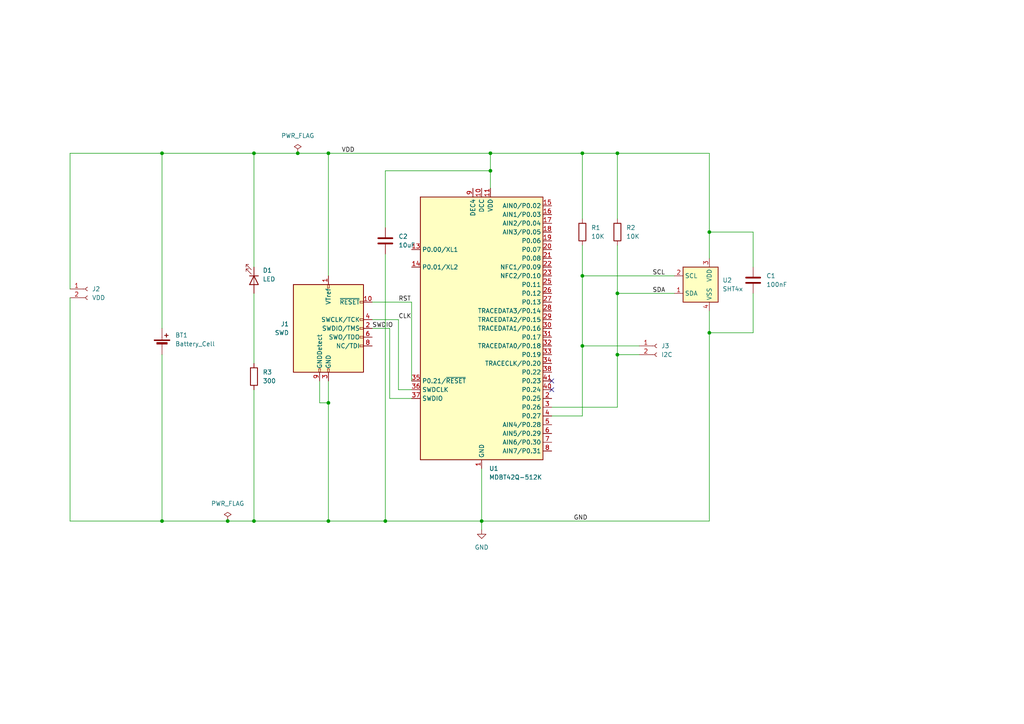
<source format=kicad_sch>
(kicad_sch
	(version 20250114)
	(generator "eeschema")
	(generator_version "9.0")
	(uuid "3c4be134-8600-4c3c-8664-028d9ffc9ec4")
	(paper "A4")
	(lib_symbols
		(symbol "Connector:Conn_01x02_Socket"
			(pin_names
				(offset 1.016)
				(hide yes)
			)
			(exclude_from_sim no)
			(in_bom yes)
			(on_board yes)
			(property "Reference" "J"
				(at 0 2.54 0)
				(effects
					(font
						(size 1.27 1.27)
					)
				)
			)
			(property "Value" "Conn_01x02_Socket"
				(at 0 -5.08 0)
				(effects
					(font
						(size 1.27 1.27)
					)
				)
			)
			(property "Footprint" ""
				(at 0 0 0)
				(effects
					(font
						(size 1.27 1.27)
					)
					(hide yes)
				)
			)
			(property "Datasheet" "~"
				(at 0 0 0)
				(effects
					(font
						(size 1.27 1.27)
					)
					(hide yes)
				)
			)
			(property "Description" "Generic connector, single row, 01x02, script generated"
				(at 0 0 0)
				(effects
					(font
						(size 1.27 1.27)
					)
					(hide yes)
				)
			)
			(property "ki_locked" ""
				(at 0 0 0)
				(effects
					(font
						(size 1.27 1.27)
					)
				)
			)
			(property "ki_keywords" "connector"
				(at 0 0 0)
				(effects
					(font
						(size 1.27 1.27)
					)
					(hide yes)
				)
			)
			(property "ki_fp_filters" "Connector*:*_1x??_*"
				(at 0 0 0)
				(effects
					(font
						(size 1.27 1.27)
					)
					(hide yes)
				)
			)
			(symbol "Conn_01x02_Socket_1_1"
				(polyline
					(pts
						(xy -1.27 0) (xy -0.508 0)
					)
					(stroke
						(width 0.1524)
						(type default)
					)
					(fill
						(type none)
					)
				)
				(polyline
					(pts
						(xy -1.27 -2.54) (xy -0.508 -2.54)
					)
					(stroke
						(width 0.1524)
						(type default)
					)
					(fill
						(type none)
					)
				)
				(arc
					(start 0 -0.508)
					(mid -0.5058 0)
					(end 0 0.508)
					(stroke
						(width 0.1524)
						(type default)
					)
					(fill
						(type none)
					)
				)
				(arc
					(start 0 -3.048)
					(mid -0.5058 -2.54)
					(end 0 -2.032)
					(stroke
						(width 0.1524)
						(type default)
					)
					(fill
						(type none)
					)
				)
				(pin passive line
					(at -5.08 0 0)
					(length 3.81)
					(name "Pin_1"
						(effects
							(font
								(size 1.27 1.27)
							)
						)
					)
					(number "1"
						(effects
							(font
								(size 1.27 1.27)
							)
						)
					)
				)
				(pin passive line
					(at -5.08 -2.54 0)
					(length 3.81)
					(name "Pin_2"
						(effects
							(font
								(size 1.27 1.27)
							)
						)
					)
					(number "2"
						(effects
							(font
								(size 1.27 1.27)
							)
						)
					)
				)
			)
			(embedded_fonts no)
		)
		(symbol "Connector:Conn_ARM_JTAG_SWD_10"
			(pin_names
				(offset 1.016)
			)
			(exclude_from_sim no)
			(in_bom yes)
			(on_board yes)
			(property "Reference" "J"
				(at -2.54 16.51 0)
				(effects
					(font
						(size 1.27 1.27)
					)
					(justify right)
				)
			)
			(property "Value" "Conn_ARM_JTAG_SWD_10"
				(at -2.54 13.97 0)
				(effects
					(font
						(size 1.27 1.27)
					)
					(justify right bottom)
				)
			)
			(property "Footprint" ""
				(at 0 0 0)
				(effects
					(font
						(size 1.27 1.27)
					)
					(hide yes)
				)
			)
			(property "Datasheet" "http://infocenter.arm.com/help/topic/com.arm.doc.ddi0314h/DDI0314H_coresight_components_trm.pdf"
				(at -8.89 -31.75 90)
				(effects
					(font
						(size 1.27 1.27)
					)
					(hide yes)
				)
			)
			(property "Description" "Cortex Debug Connector, standard ARM Cortex-M SWD and JTAG interface"
				(at 0 0 0)
				(effects
					(font
						(size 1.27 1.27)
					)
					(hide yes)
				)
			)
			(property "ki_keywords" "Cortex Debug Connector ARM SWD JTAG"
				(at 0 0 0)
				(effects
					(font
						(size 1.27 1.27)
					)
					(hide yes)
				)
			)
			(property "ki_fp_filters" "PinHeader?2x05?P1.27mm*"
				(at 0 0 0)
				(effects
					(font
						(size 1.27 1.27)
					)
					(hide yes)
				)
			)
			(symbol "Conn_ARM_JTAG_SWD_10_0_1"
				(rectangle
					(start -10.16 12.7)
					(end 10.16 -12.7)
					(stroke
						(width 0.254)
						(type default)
					)
					(fill
						(type background)
					)
				)
				(rectangle
					(start -2.794 -12.7)
					(end -2.286 -11.684)
					(stroke
						(width 0)
						(type default)
					)
					(fill
						(type none)
					)
				)
				(rectangle
					(start -0.254 12.7)
					(end 0.254 11.684)
					(stroke
						(width 0)
						(type default)
					)
					(fill
						(type none)
					)
				)
				(rectangle
					(start -0.254 -12.7)
					(end 0.254 -11.684)
					(stroke
						(width 0)
						(type default)
					)
					(fill
						(type none)
					)
				)
				(rectangle
					(start 9.144 2.286)
					(end 10.16 2.794)
					(stroke
						(width 0)
						(type default)
					)
					(fill
						(type none)
					)
				)
				(rectangle
					(start 10.16 7.874)
					(end 9.144 7.366)
					(stroke
						(width 0)
						(type default)
					)
					(fill
						(type none)
					)
				)
				(rectangle
					(start 10.16 -0.254)
					(end 9.144 0.254)
					(stroke
						(width 0)
						(type default)
					)
					(fill
						(type none)
					)
				)
				(rectangle
					(start 10.16 -2.794)
					(end 9.144 -2.286)
					(stroke
						(width 0)
						(type default)
					)
					(fill
						(type none)
					)
				)
			)
			(symbol "Conn_ARM_JTAG_SWD_10_1_1"
				(rectangle
					(start 9.144 -5.334)
					(end 10.16 -4.826)
					(stroke
						(width 0)
						(type default)
					)
					(fill
						(type none)
					)
				)
				(pin no_connect line
					(at -10.16 0 0)
					(length 2.54)
					(hide yes)
					(name "KEY"
						(effects
							(font
								(size 1.27 1.27)
							)
						)
					)
					(number "7"
						(effects
							(font
								(size 1.27 1.27)
							)
						)
					)
				)
				(pin passive line
					(at -2.54 -15.24 90)
					(length 2.54)
					(name "GNDDetect"
						(effects
							(font
								(size 1.27 1.27)
							)
						)
					)
					(number "9"
						(effects
							(font
								(size 1.27 1.27)
							)
						)
					)
				)
				(pin power_in line
					(at 0 15.24 270)
					(length 2.54)
					(name "VTref"
						(effects
							(font
								(size 1.27 1.27)
							)
						)
					)
					(number "1"
						(effects
							(font
								(size 1.27 1.27)
							)
						)
					)
				)
				(pin power_in line
					(at 0 -15.24 90)
					(length 2.54)
					(name "GND"
						(effects
							(font
								(size 1.27 1.27)
							)
						)
					)
					(number "3"
						(effects
							(font
								(size 1.27 1.27)
							)
						)
					)
				)
				(pin passive line
					(at 0 -15.24 90)
					(length 2.54)
					(hide yes)
					(name "GND"
						(effects
							(font
								(size 1.27 1.27)
							)
						)
					)
					(number "5"
						(effects
							(font
								(size 1.27 1.27)
							)
						)
					)
				)
				(pin open_collector line
					(at 12.7 7.62 180)
					(length 2.54)
					(name "~{RESET}"
						(effects
							(font
								(size 1.27 1.27)
							)
						)
					)
					(number "10"
						(effects
							(font
								(size 1.27 1.27)
							)
						)
					)
				)
				(pin output line
					(at 12.7 2.54 180)
					(length 2.54)
					(name "SWCLK/TCK"
						(effects
							(font
								(size 1.27 1.27)
							)
						)
					)
					(number "4"
						(effects
							(font
								(size 1.27 1.27)
							)
						)
					)
				)
				(pin bidirectional line
					(at 12.7 0 180)
					(length 2.54)
					(name "SWDIO/TMS"
						(effects
							(font
								(size 1.27 1.27)
							)
						)
					)
					(number "2"
						(effects
							(font
								(size 1.27 1.27)
							)
						)
					)
				)
				(pin input line
					(at 12.7 -2.54 180)
					(length 2.54)
					(name "SWO/TDO"
						(effects
							(font
								(size 1.27 1.27)
							)
						)
					)
					(number "6"
						(effects
							(font
								(size 1.27 1.27)
							)
						)
					)
				)
				(pin output line
					(at 12.7 -5.08 180)
					(length 2.54)
					(name "NC/TDI"
						(effects
							(font
								(size 1.27 1.27)
							)
						)
					)
					(number "8"
						(effects
							(font
								(size 1.27 1.27)
							)
						)
					)
				)
			)
			(embedded_fonts no)
		)
		(symbol "LED_n:LED"
			(pin_numbers
				(hide yes)
			)
			(pin_names
				(offset 1.016)
				(hide yes)
			)
			(exclude_from_sim no)
			(in_bom yes)
			(on_board yes)
			(property "Reference" "D"
				(at 0 2.54 0)
				(effects
					(font
						(size 1.27 1.27)
					)
				)
			)
			(property "Value" "LED"
				(at 0 -2.54 0)
				(effects
					(font
						(size 1.27 1.27)
					)
				)
			)
			(property "Footprint" ""
				(at 0 0 0)
				(effects
					(font
						(size 1.27 1.27)
					)
					(hide yes)
				)
			)
			(property "Datasheet" "~"
				(at 0 0 0)
				(effects
					(font
						(size 1.27 1.27)
					)
					(hide yes)
				)
			)
			(property "Description" "Light emitting diode"
				(at 0 0 0)
				(effects
					(font
						(size 1.27 1.27)
					)
					(hide yes)
				)
			)
			(property "Sim.Pins" "1=K 2=A"
				(at 0 0 0)
				(effects
					(font
						(size 1.27 1.27)
					)
					(hide yes)
				)
			)
			(property "ki_keywords" "LED diode"
				(at 0 0 0)
				(effects
					(font
						(size 1.27 1.27)
					)
					(hide yes)
				)
			)
			(property "ki_fp_filters" "LED* LED_SMD:* LED_THT:*"
				(at 0 0 0)
				(effects
					(font
						(size 1.27 1.27)
					)
					(hide yes)
				)
			)
			(symbol "LED_0_1"
				(polyline
					(pts
						(xy -3.048 -0.762) (xy -4.572 -2.286) (xy -3.81 -2.286) (xy -4.572 -2.286) (xy -4.572 -1.524)
					)
					(stroke
						(width 0)
						(type default)
					)
					(fill
						(type none)
					)
				)
				(polyline
					(pts
						(xy -1.778 -0.762) (xy -3.302 -2.286) (xy -2.54 -2.286) (xy -3.302 -2.286) (xy -3.302 -1.524)
					)
					(stroke
						(width 0)
						(type default)
					)
					(fill
						(type none)
					)
				)
				(polyline
					(pts
						(xy -1.27 0) (xy 1.27 0)
					)
					(stroke
						(width 0)
						(type default)
					)
					(fill
						(type none)
					)
				)
				(polyline
					(pts
						(xy -1.27 -1.27) (xy -1.27 1.27)
					)
					(stroke
						(width 0.254)
						(type default)
					)
					(fill
						(type none)
					)
				)
				(polyline
					(pts
						(xy 1.27 -1.27) (xy 1.27 1.27) (xy -1.27 0) (xy 1.27 -1.27)
					)
					(stroke
						(width 0.254)
						(type default)
					)
					(fill
						(type none)
					)
				)
			)
			(symbol "LED_1_1"
				(pin passive line
					(at -3.81 0 0)
					(length 2.54)
					(name "K"
						(effects
							(font
								(size 1.27 1.27)
							)
						)
					)
					(number "1"
						(effects
							(font
								(size 1.27 1.27)
							)
						)
					)
				)
				(pin passive line
					(at 3.81 0 180)
					(length 2.54)
					(name "A"
						(effects
							(font
								(size 1.27 1.27)
							)
						)
					)
					(number "2"
						(effects
							(font
								(size 1.27 1.27)
							)
						)
					)
				)
			)
			(embedded_fonts no)
		)
		(symbol "MDBTq:MDBT42Q-512K"
			(exclude_from_sim no)
			(in_bom yes)
			(on_board yes)
			(property "Reference" "U"
				(at -17.78 40.64 0)
				(effects
					(font
						(size 1.27 1.27)
					)
				)
			)
			(property "Value" "MDBT42Q-512K"
				(at 10.16 40.64 0)
				(effects
					(font
						(size 1.27 1.27)
					)
				)
			)
			(property "Footprint" "RF_Module:Raytac_MDBT42Q"
				(at 0 -2.54 0)
				(effects
					(font
						(size 1.27 1.27)
					)
					(hide yes)
				)
			)
			(property "Datasheet" "https://www.raytac.com/download/index.php?index_id=27"
				(at 0 -2.54 0)
				(effects
					(font
						(size 1.27 1.27)
					)
					(hide yes)
				)
			)
			(property "Description" "Multiprotocol BLE/ANT/2.4 GHz/802.15.4 Cortex-M4F SoC, nRF52832 module, ceramic antenna"
				(at 0 0 0)
				(effects
					(font
						(size 1.27 1.27)
					)
					(hide yes)
				)
			)
			(property "ki_keywords" "MCU ARM BLE ANT 2.4GHz 802.15.4 MDBT42Q"
				(at 0 0 0)
				(effects
					(font
						(size 1.27 1.27)
					)
					(hide yes)
				)
			)
			(property "ki_fp_filters" "Raytac?MDBT42Q*"
				(at 0 0 0)
				(effects
					(font
						(size 1.27 1.27)
					)
					(hide yes)
				)
			)
			(symbol "MDBT42Q-512K_0_1"
				(rectangle
					(start -17.78 38.1)
					(end 17.78 -38.1)
					(stroke
						(width 0.254)
						(type default)
					)
					(fill
						(type background)
					)
				)
			)
			(symbol "MDBT42Q-512K_1_1"
				(pin bidirectional line
					(at -20.32 22.86 0)
					(length 2.54)
					(name "P0.00/XL1"
						(effects
							(font
								(size 1.27 1.27)
							)
						)
					)
					(number "13"
						(effects
							(font
								(size 1.27 1.27)
							)
						)
					)
				)
				(pin bidirectional line
					(at -20.32 17.78 0)
					(length 2.54)
					(name "P0.01/XL2"
						(effects
							(font
								(size 1.27 1.27)
							)
						)
					)
					(number "14"
						(effects
							(font
								(size 1.27 1.27)
							)
						)
					)
				)
				(pin bidirectional line
					(at -20.32 -15.24 0)
					(length 2.54)
					(name "P0.21/~{RESET}"
						(effects
							(font
								(size 1.27 1.27)
							)
						)
					)
					(number "35"
						(effects
							(font
								(size 1.27 1.27)
							)
						)
					)
				)
				(pin input line
					(at -20.32 -17.78 0)
					(length 2.54)
					(name "SWDCLK"
						(effects
							(font
								(size 1.27 1.27)
							)
						)
					)
					(number "36"
						(effects
							(font
								(size 1.27 1.27)
							)
						)
					)
				)
				(pin bidirectional line
					(at -20.32 -20.32 0)
					(length 2.54)
					(name "SWDIO"
						(effects
							(font
								(size 1.27 1.27)
							)
						)
					)
					(number "37"
						(effects
							(font
								(size 1.27 1.27)
							)
						)
					)
				)
				(pin power_out line
					(at -2.54 40.64 270)
					(length 2.54)
					(name "DEC4"
						(effects
							(font
								(size 1.27 1.27)
							)
						)
					)
					(number "9"
						(effects
							(font
								(size 1.27 1.27)
							)
						)
					)
				)
				(pin power_out line
					(at 0 40.64 270)
					(length 2.54)
					(name "DCC"
						(effects
							(font
								(size 1.27 1.27)
							)
						)
					)
					(number "10"
						(effects
							(font
								(size 1.27 1.27)
							)
						)
					)
				)
				(pin power_in line
					(at 0 -40.64 90)
					(length 2.54)
					(name "GND"
						(effects
							(font
								(size 1.27 1.27)
							)
						)
					)
					(number "1"
						(effects
							(font
								(size 1.27 1.27)
							)
						)
					)
				)
				(pin passive line
					(at 0 -40.64 90)
					(length 2.54)
					(hide yes)
					(name "GND"
						(effects
							(font
								(size 1.27 1.27)
							)
						)
					)
					(number "12"
						(effects
							(font
								(size 1.27 1.27)
							)
						)
					)
				)
				(pin passive line
					(at 0 -40.64 90)
					(length 2.54)
					(hide yes)
					(name "GND"
						(effects
							(font
								(size 1.27 1.27)
							)
						)
					)
					(number "24"
						(effects
							(font
								(size 1.27 1.27)
							)
						)
					)
				)
				(pin passive line
					(at 0 -40.64 90)
					(length 2.54)
					(hide yes)
					(name "GND"
						(effects
							(font
								(size 1.27 1.27)
							)
						)
					)
					(number "39"
						(effects
							(font
								(size 1.27 1.27)
							)
						)
					)
				)
				(pin power_in line
					(at 2.54 40.64 270)
					(length 2.54)
					(name "VDD"
						(effects
							(font
								(size 1.27 1.27)
							)
						)
					)
					(number "11"
						(effects
							(font
								(size 1.27 1.27)
							)
						)
					)
				)
				(pin bidirectional line
					(at 20.32 35.56 180)
					(length 2.54)
					(name "AIN0/P0.02"
						(effects
							(font
								(size 1.27 1.27)
							)
						)
					)
					(number "15"
						(effects
							(font
								(size 1.27 1.27)
							)
						)
					)
				)
				(pin bidirectional line
					(at 20.32 33.02 180)
					(length 2.54)
					(name "AIN1/P0.03"
						(effects
							(font
								(size 1.27 1.27)
							)
						)
					)
					(number "16"
						(effects
							(font
								(size 1.27 1.27)
							)
						)
					)
				)
				(pin bidirectional line
					(at 20.32 30.48 180)
					(length 2.54)
					(name "AIN2/P0.04"
						(effects
							(font
								(size 1.27 1.27)
							)
						)
					)
					(number "17"
						(effects
							(font
								(size 1.27 1.27)
							)
						)
					)
				)
				(pin bidirectional line
					(at 20.32 27.94 180)
					(length 2.54)
					(name "AIN3/P0.05"
						(effects
							(font
								(size 1.27 1.27)
							)
						)
					)
					(number "18"
						(effects
							(font
								(size 1.27 1.27)
							)
						)
					)
				)
				(pin bidirectional line
					(at 20.32 25.4 180)
					(length 2.54)
					(name "P0.06"
						(effects
							(font
								(size 1.27 1.27)
							)
						)
					)
					(number "19"
						(effects
							(font
								(size 1.27 1.27)
							)
						)
					)
				)
				(pin bidirectional line
					(at 20.32 22.86 180)
					(length 2.54)
					(name "P0.07"
						(effects
							(font
								(size 1.27 1.27)
							)
						)
					)
					(number "20"
						(effects
							(font
								(size 1.27 1.27)
							)
						)
					)
				)
				(pin bidirectional line
					(at 20.32 20.32 180)
					(length 2.54)
					(name "P0.08"
						(effects
							(font
								(size 1.27 1.27)
							)
						)
					)
					(number "21"
						(effects
							(font
								(size 1.27 1.27)
							)
						)
					)
				)
				(pin bidirectional line
					(at 20.32 17.78 180)
					(length 2.54)
					(name "NFC1/P0.09"
						(effects
							(font
								(size 1.27 1.27)
							)
						)
					)
					(number "22"
						(effects
							(font
								(size 1.27 1.27)
							)
						)
					)
				)
				(pin bidirectional line
					(at 20.32 15.24 180)
					(length 2.54)
					(name "NFC2/P0.10"
						(effects
							(font
								(size 1.27 1.27)
							)
						)
					)
					(number "23"
						(effects
							(font
								(size 1.27 1.27)
							)
						)
					)
				)
				(pin bidirectional line
					(at 20.32 12.7 180)
					(length 2.54)
					(name "P0.11"
						(effects
							(font
								(size 1.27 1.27)
							)
						)
					)
					(number "25"
						(effects
							(font
								(size 1.27 1.27)
							)
						)
					)
				)
				(pin bidirectional line
					(at 20.32 10.16 180)
					(length 2.54)
					(name "P0.12"
						(effects
							(font
								(size 1.27 1.27)
							)
						)
					)
					(number "26"
						(effects
							(font
								(size 1.27 1.27)
							)
						)
					)
				)
				(pin bidirectional line
					(at 20.32 7.62 180)
					(length 2.54)
					(name "P0.13"
						(effects
							(font
								(size 1.27 1.27)
							)
						)
					)
					(number "27"
						(effects
							(font
								(size 1.27 1.27)
							)
						)
					)
				)
				(pin bidirectional line
					(at 20.32 5.08 180)
					(length 2.54)
					(name "TRACEDATA3/P0.14"
						(effects
							(font
								(size 1.27 1.27)
							)
						)
					)
					(number "28"
						(effects
							(font
								(size 1.27 1.27)
							)
						)
					)
				)
				(pin bidirectional line
					(at 20.32 2.54 180)
					(length 2.54)
					(name "TRACEDATA2/P0.15"
						(effects
							(font
								(size 1.27 1.27)
							)
						)
					)
					(number "29"
						(effects
							(font
								(size 1.27 1.27)
							)
						)
					)
				)
				(pin bidirectional line
					(at 20.32 0 180)
					(length 2.54)
					(name "TRACEDATA1/P0.16"
						(effects
							(font
								(size 1.27 1.27)
							)
						)
					)
					(number "30"
						(effects
							(font
								(size 1.27 1.27)
							)
						)
					)
				)
				(pin bidirectional line
					(at 20.32 -2.54 180)
					(length 2.54)
					(name "P0.17"
						(effects
							(font
								(size 1.27 1.27)
							)
						)
					)
					(number "31"
						(effects
							(font
								(size 1.27 1.27)
							)
						)
					)
				)
				(pin bidirectional line
					(at 20.32 -5.08 180)
					(length 2.54)
					(name "TRACEDATA0/P0.18"
						(effects
							(font
								(size 1.27 1.27)
							)
						)
					)
					(number "32"
						(effects
							(font
								(size 1.27 1.27)
							)
						)
					)
				)
				(pin bidirectional line
					(at 20.32 -7.62 180)
					(length 2.54)
					(name "P0.19"
						(effects
							(font
								(size 1.27 1.27)
							)
						)
					)
					(number "33"
						(effects
							(font
								(size 1.27 1.27)
							)
						)
					)
				)
				(pin bidirectional line
					(at 20.32 -10.16 180)
					(length 2.54)
					(name "TRACECLK/P0.20"
						(effects
							(font
								(size 1.27 1.27)
							)
						)
					)
					(number "34"
						(effects
							(font
								(size 1.27 1.27)
							)
						)
					)
				)
				(pin bidirectional line
					(at 20.32 -12.7 180)
					(length 2.54)
					(name "P0.22"
						(effects
							(font
								(size 1.27 1.27)
							)
						)
					)
					(number "38"
						(effects
							(font
								(size 1.27 1.27)
							)
						)
					)
				)
				(pin bidirectional line
					(at 20.32 -15.24 180)
					(length 2.54)
					(name "P0.23"
						(effects
							(font
								(size 1.27 1.27)
							)
						)
					)
					(number "41"
						(effects
							(font
								(size 1.27 1.27)
							)
						)
					)
				)
				(pin bidirectional line
					(at 20.32 -17.78 180)
					(length 2.54)
					(name "P0.24"
						(effects
							(font
								(size 1.27 1.27)
							)
						)
					)
					(number "40"
						(effects
							(font
								(size 1.27 1.27)
							)
						)
					)
				)
				(pin bidirectional line
					(at 20.32 -20.32 180)
					(length 2.54)
					(name "P0.25"
						(effects
							(font
								(size 1.27 1.27)
							)
						)
					)
					(number "2"
						(effects
							(font
								(size 1.27 1.27)
							)
						)
					)
				)
				(pin bidirectional line
					(at 20.32 -22.86 180)
					(length 2.54)
					(name "P0.26"
						(effects
							(font
								(size 1.27 1.27)
							)
						)
					)
					(number "3"
						(effects
							(font
								(size 1.27 1.27)
							)
						)
					)
				)
				(pin bidirectional line
					(at 20.32 -25.4 180)
					(length 2.54)
					(name "P0.27"
						(effects
							(font
								(size 1.27 1.27)
							)
						)
					)
					(number "4"
						(effects
							(font
								(size 1.27 1.27)
							)
						)
					)
				)
				(pin bidirectional line
					(at 20.32 -27.94 180)
					(length 2.54)
					(name "AIN4/P0.28"
						(effects
							(font
								(size 1.27 1.27)
							)
						)
					)
					(number "5"
						(effects
							(font
								(size 1.27 1.27)
							)
						)
					)
				)
				(pin bidirectional line
					(at 20.32 -30.48 180)
					(length 2.54)
					(name "AIN5/P0.29"
						(effects
							(font
								(size 1.27 1.27)
							)
						)
					)
					(number "6"
						(effects
							(font
								(size 1.27 1.27)
							)
						)
					)
				)
				(pin bidirectional line
					(at 20.32 -33.02 180)
					(length 2.54)
					(name "AIN6/P0.30"
						(effects
							(font
								(size 1.27 1.27)
							)
						)
					)
					(number "7"
						(effects
							(font
								(size 1.27 1.27)
							)
						)
					)
				)
				(pin bidirectional line
					(at 20.32 -35.56 180)
					(length 2.54)
					(name "AIN7/P0.31"
						(effects
							(font
								(size 1.27 1.27)
							)
						)
					)
					(number "8"
						(effects
							(font
								(size 1.27 1.27)
							)
						)
					)
				)
			)
			(embedded_fonts no)
		)
		(symbol "bat:Battery_Cell"
			(pin_numbers
				(hide yes)
			)
			(pin_names
				(offset 0)
				(hide yes)
			)
			(exclude_from_sim no)
			(in_bom yes)
			(on_board yes)
			(property "Reference" "BT"
				(at 2.54 2.54 0)
				(effects
					(font
						(size 1.27 1.27)
					)
					(justify left)
				)
			)
			(property "Value" "Battery_Cell"
				(at 2.54 0 0)
				(effects
					(font
						(size 1.27 1.27)
					)
					(justify left)
				)
			)
			(property "Footprint" ""
				(at 0 1.524 90)
				(effects
					(font
						(size 1.27 1.27)
					)
					(hide yes)
				)
			)
			(property "Datasheet" "~"
				(at 0 1.524 90)
				(effects
					(font
						(size 1.27 1.27)
					)
					(hide yes)
				)
			)
			(property "Description" "Single-cell battery"
				(at 0 0 0)
				(effects
					(font
						(size 1.27 1.27)
					)
					(hide yes)
				)
			)
			(property "ki_keywords" "battery cell"
				(at 0 0 0)
				(effects
					(font
						(size 1.27 1.27)
					)
					(hide yes)
				)
			)
			(symbol "Battery_Cell_0_1"
				(rectangle
					(start -2.286 1.778)
					(end 2.286 1.524)
					(stroke
						(width 0)
						(type default)
					)
					(fill
						(type outline)
					)
				)
				(rectangle
					(start -1.524 1.016)
					(end 1.524 0.508)
					(stroke
						(width 0)
						(type default)
					)
					(fill
						(type outline)
					)
				)
				(polyline
					(pts
						(xy 0 1.778) (xy 0 2.54)
					)
					(stroke
						(width 0)
						(type default)
					)
					(fill
						(type none)
					)
				)
				(polyline
					(pts
						(xy 0 0.762) (xy 0 0)
					)
					(stroke
						(width 0)
						(type default)
					)
					(fill
						(type none)
					)
				)
				(polyline
					(pts
						(xy 0.762 3.048) (xy 1.778 3.048)
					)
					(stroke
						(width 0.254)
						(type default)
					)
					(fill
						(type none)
					)
				)
				(polyline
					(pts
						(xy 1.27 3.556) (xy 1.27 2.54)
					)
					(stroke
						(width 0.254)
						(type default)
					)
					(fill
						(type none)
					)
				)
			)
			(symbol "Battery_Cell_1_1"
				(pin passive line
					(at 0 5.08 270)
					(length 2.54)
					(name "+"
						(effects
							(font
								(size 1.27 1.27)
							)
						)
					)
					(number "1"
						(effects
							(font
								(size 1.27 1.27)
							)
						)
					)
				)
				(pin passive line
					(at 0 -2.54 90)
					(length 2.54)
					(name "-"
						(effects
							(font
								(size 1.27 1.27)
							)
						)
					)
					(number "2"
						(effects
							(font
								(size 1.27 1.27)
							)
						)
					)
				)
			)
			(embedded_fonts no)
		)
		(symbol "cap_100nf:C"
			(pin_numbers
				(hide yes)
			)
			(pin_names
				(offset 0.254)
			)
			(exclude_from_sim no)
			(in_bom yes)
			(on_board yes)
			(property "Reference" "C"
				(at 0.635 2.54 0)
				(effects
					(font
						(size 1.27 1.27)
					)
					(justify left)
				)
			)
			(property "Value" "C"
				(at 0.635 -2.54 0)
				(effects
					(font
						(size 1.27 1.27)
					)
					(justify left)
				)
			)
			(property "Footprint" ""
				(at 0.9652 -3.81 0)
				(effects
					(font
						(size 1.27 1.27)
					)
					(hide yes)
				)
			)
			(property "Datasheet" "~"
				(at 0 0 0)
				(effects
					(font
						(size 1.27 1.27)
					)
					(hide yes)
				)
			)
			(property "Description" "Unpolarized capacitor"
				(at 0 0 0)
				(effects
					(font
						(size 1.27 1.27)
					)
					(hide yes)
				)
			)
			(property "ki_keywords" "cap capacitor"
				(at 0 0 0)
				(effects
					(font
						(size 1.27 1.27)
					)
					(hide yes)
				)
			)
			(property "ki_fp_filters" "C_*"
				(at 0 0 0)
				(effects
					(font
						(size 1.27 1.27)
					)
					(hide yes)
				)
			)
			(symbol "C_0_1"
				(polyline
					(pts
						(xy -2.032 0.762) (xy 2.032 0.762)
					)
					(stroke
						(width 0.508)
						(type default)
					)
					(fill
						(type none)
					)
				)
				(polyline
					(pts
						(xy -2.032 -0.762) (xy 2.032 -0.762)
					)
					(stroke
						(width 0.508)
						(type default)
					)
					(fill
						(type none)
					)
				)
			)
			(symbol "C_1_1"
				(pin passive line
					(at 0 3.81 270)
					(length 2.794)
					(name "~"
						(effects
							(font
								(size 1.27 1.27)
							)
						)
					)
					(number "1"
						(effects
							(font
								(size 1.27 1.27)
							)
						)
					)
				)
				(pin passive line
					(at 0 -3.81 90)
					(length 2.794)
					(name "~"
						(effects
							(font
								(size 1.27 1.27)
							)
						)
					)
					(number "2"
						(effects
							(font
								(size 1.27 1.27)
							)
						)
					)
				)
			)
			(embedded_fonts no)
		)
		(symbol "power:GND"
			(power)
			(pin_numbers
				(hide yes)
			)
			(pin_names
				(offset 0)
				(hide yes)
			)
			(exclude_from_sim no)
			(in_bom yes)
			(on_board yes)
			(property "Reference" "#PWR"
				(at 0 -6.35 0)
				(effects
					(font
						(size 1.27 1.27)
					)
					(hide yes)
				)
			)
			(property "Value" "GND"
				(at 0 -3.81 0)
				(effects
					(font
						(size 1.27 1.27)
					)
				)
			)
			(property "Footprint" ""
				(at 0 0 0)
				(effects
					(font
						(size 1.27 1.27)
					)
					(hide yes)
				)
			)
			(property "Datasheet" ""
				(at 0 0 0)
				(effects
					(font
						(size 1.27 1.27)
					)
					(hide yes)
				)
			)
			(property "Description" "Power symbol creates a global label with name \"GND\" , ground"
				(at 0 0 0)
				(effects
					(font
						(size 1.27 1.27)
					)
					(hide yes)
				)
			)
			(property "ki_keywords" "global power"
				(at 0 0 0)
				(effects
					(font
						(size 1.27 1.27)
					)
					(hide yes)
				)
			)
			(symbol "GND_0_1"
				(polyline
					(pts
						(xy 0 0) (xy 0 -1.27) (xy 1.27 -1.27) (xy 0 -2.54) (xy -1.27 -1.27) (xy 0 -1.27)
					)
					(stroke
						(width 0)
						(type default)
					)
					(fill
						(type none)
					)
				)
			)
			(symbol "GND_1_1"
				(pin power_in line
					(at 0 0 270)
					(length 0)
					(name "~"
						(effects
							(font
								(size 1.27 1.27)
							)
						)
					)
					(number "1"
						(effects
							(font
								(size 1.27 1.27)
							)
						)
					)
				)
			)
			(embedded_fonts no)
		)
		(symbol "power:PWR_FLAG"
			(power)
			(pin_numbers
				(hide yes)
			)
			(pin_names
				(offset 0)
				(hide yes)
			)
			(exclude_from_sim no)
			(in_bom yes)
			(on_board yes)
			(property "Reference" "#FLG"
				(at 0 1.905 0)
				(effects
					(font
						(size 1.27 1.27)
					)
					(hide yes)
				)
			)
			(property "Value" "PWR_FLAG"
				(at 0 3.81 0)
				(effects
					(font
						(size 1.27 1.27)
					)
				)
			)
			(property "Footprint" ""
				(at 0 0 0)
				(effects
					(font
						(size 1.27 1.27)
					)
					(hide yes)
				)
			)
			(property "Datasheet" "~"
				(at 0 0 0)
				(effects
					(font
						(size 1.27 1.27)
					)
					(hide yes)
				)
			)
			(property "Description" "Special symbol for telling ERC where power comes from"
				(at 0 0 0)
				(effects
					(font
						(size 1.27 1.27)
					)
					(hide yes)
				)
			)
			(property "ki_keywords" "flag power"
				(at 0 0 0)
				(effects
					(font
						(size 1.27 1.27)
					)
					(hide yes)
				)
			)
			(symbol "PWR_FLAG_0_0"
				(pin power_out line
					(at 0 0 90)
					(length 0)
					(name "~"
						(effects
							(font
								(size 1.27 1.27)
							)
						)
					)
					(number "1"
						(effects
							(font
								(size 1.27 1.27)
							)
						)
					)
				)
			)
			(symbol "PWR_FLAG_0_1"
				(polyline
					(pts
						(xy 0 0) (xy 0 1.27) (xy -1.016 1.905) (xy 0 2.54) (xy 1.016 1.905) (xy 0 1.27)
					)
					(stroke
						(width 0)
						(type default)
					)
					(fill
						(type none)
					)
				)
			)
			(embedded_fonts no)
		)
		(symbol "res_10k:R"
			(pin_numbers
				(hide yes)
			)
			(pin_names
				(offset 0)
			)
			(exclude_from_sim no)
			(in_bom yes)
			(on_board yes)
			(property "Reference" "R"
				(at 2.032 0 90)
				(effects
					(font
						(size 1.27 1.27)
					)
				)
			)
			(property "Value" "R"
				(at 0 0 90)
				(effects
					(font
						(size 1.27 1.27)
					)
				)
			)
			(property "Footprint" ""
				(at -1.778 0 90)
				(effects
					(font
						(size 1.27 1.27)
					)
					(hide yes)
				)
			)
			(property "Datasheet" "~"
				(at 0 0 0)
				(effects
					(font
						(size 1.27 1.27)
					)
					(hide yes)
				)
			)
			(property "Description" "Resistor"
				(at 0 0 0)
				(effects
					(font
						(size 1.27 1.27)
					)
					(hide yes)
				)
			)
			(property "ki_keywords" "R res resistor"
				(at 0 0 0)
				(effects
					(font
						(size 1.27 1.27)
					)
					(hide yes)
				)
			)
			(property "ki_fp_filters" "R_*"
				(at 0 0 0)
				(effects
					(font
						(size 1.27 1.27)
					)
					(hide yes)
				)
			)
			(symbol "R_0_1"
				(rectangle
					(start -1.016 -2.54)
					(end 1.016 2.54)
					(stroke
						(width 0.254)
						(type default)
					)
					(fill
						(type none)
					)
				)
			)
			(symbol "R_1_1"
				(pin passive line
					(at 0 3.81 270)
					(length 1.27)
					(name "~"
						(effects
							(font
								(size 1.27 1.27)
							)
						)
					)
					(number "1"
						(effects
							(font
								(size 1.27 1.27)
							)
						)
					)
				)
				(pin passive line
					(at 0 -3.81 90)
					(length 1.27)
					(name "~"
						(effects
							(font
								(size 1.27 1.27)
							)
						)
					)
					(number "2"
						(effects
							(font
								(size 1.27 1.27)
							)
						)
					)
				)
			)
			(embedded_fonts no)
		)
		(symbol "sht:SHT4x"
			(exclude_from_sim no)
			(in_bom yes)
			(on_board yes)
			(property "Reference" "U"
				(at 0 8.89 0)
				(effects
					(font
						(size 1.27 1.27)
					)
					(justify right)
				)
			)
			(property "Value" "SHT4x"
				(at 0 6.35 0)
				(effects
					(font
						(size 1.27 1.27)
					)
					(justify right)
				)
			)
			(property "Footprint" "Sensor_Humidity:Sensirion_DFN-4_1.5x1.5mm_P0.8mm_SHT4x_NoCentralPad"
				(at 3.81 -6.35 0)
				(effects
					(font
						(size 1.27 1.27)
					)
					(justify left)
					(hide yes)
				)
			)
			(property "Datasheet" "https://sensirion.com/media/documents/33FD6951/624C4357/Datasheet_SHT4x.pdf"
				(at 3.81 -8.89 0)
				(effects
					(font
						(size 1.27 1.27)
					)
					(justify left)
					(hide yes)
				)
			)
			(property "Description" "Digital Humidity and Temperature Sensor, ±1%RH, ±0.1°C, I2C, 1.08-3.6V, 16bit, DFN-4"
				(at 0 0 0)
				(effects
					(font
						(size 1.27 1.27)
					)
					(hide yes)
				)
			)
			(property "ki_keywords" "Sensirion environment environmental measurement digital SHT40 SHT41 SHT45"
				(at 0 0 0)
				(effects
					(font
						(size 1.27 1.27)
					)
					(hide yes)
				)
			)
			(property "ki_fp_filters" "Sensirion?DFN*1.5x1.5mm*P0.8mm*SHT4x*"
				(at 0 0 0)
				(effects
					(font
						(size 1.27 1.27)
					)
					(hide yes)
				)
			)
			(symbol "SHT4x_1_1"
				(rectangle
					(start -5.08 5.08)
					(end 5.08 -5.08)
					(stroke
						(width 0.254)
						(type default)
					)
					(fill
						(type background)
					)
				)
				(pin input line
					(at -7.62 2.54 0)
					(length 2.54)
					(name "SCL"
						(effects
							(font
								(size 1.27 1.27)
							)
						)
					)
					(number "2"
						(effects
							(font
								(size 1.27 1.27)
							)
						)
					)
				)
				(pin bidirectional line
					(at -7.62 -2.54 0)
					(length 2.54)
					(name "SDA"
						(effects
							(font
								(size 1.27 1.27)
							)
						)
					)
					(number "1"
						(effects
							(font
								(size 1.27 1.27)
							)
						)
					)
				)
				(pin power_in line
					(at 2.54 7.62 270)
					(length 2.54)
					(name "VDD"
						(effects
							(font
								(size 1.27 1.27)
							)
						)
					)
					(number "3"
						(effects
							(font
								(size 1.27 1.27)
							)
						)
					)
				)
				(pin power_in line
					(at 2.54 -7.62 90)
					(length 2.54)
					(name "VSS"
						(effects
							(font
								(size 1.27 1.27)
							)
						)
					)
					(number "4"
						(effects
							(font
								(size 1.27 1.27)
							)
						)
					)
				)
			)
			(embedded_fonts no)
		)
	)
	(junction
		(at 95.25 116.84)
		(diameter 0)
		(color 0 0 0 0)
		(uuid "08d3556e-be55-4141-b626-1169999feb56")
	)
	(junction
		(at 95.25 151.13)
		(diameter 0)
		(color 0 0 0 0)
		(uuid "09fc4b6f-0c5e-4bd2-823f-190690324b2b")
	)
	(junction
		(at 139.7 151.13)
		(diameter 0)
		(color 0 0 0 0)
		(uuid "1dfd44b9-a356-4266-993a-2645e98db211")
	)
	(junction
		(at 73.66 44.45)
		(diameter 0)
		(color 0 0 0 0)
		(uuid "336d32c6-8d27-41fb-9ec9-c5f072af34b6")
	)
	(junction
		(at 111.76 151.13)
		(diameter 0)
		(color 0 0 0 0)
		(uuid "33d30fbc-a0af-4486-a8ed-7331c10d430f")
	)
	(junction
		(at 179.07 44.45)
		(diameter 0)
		(color 0 0 0 0)
		(uuid "50e80eb1-bfa9-4602-b6ee-ca629b586f7e")
	)
	(junction
		(at 142.24 49.53)
		(diameter 0)
		(color 0 0 0 0)
		(uuid "6f8f28fe-e10d-4092-9dac-88ecd0d39aa6")
	)
	(junction
		(at 205.74 67.31)
		(diameter 0)
		(color 0 0 0 0)
		(uuid "7d6c9c87-7a6d-44c8-8b86-6527b20f2dce")
	)
	(junction
		(at 168.91 44.45)
		(diameter 0)
		(color 0 0 0 0)
		(uuid "80429099-ef7b-4833-ac1b-ab74be83429c")
	)
	(junction
		(at 142.24 44.45)
		(diameter 0)
		(color 0 0 0 0)
		(uuid "811dedf9-a759-4893-a3d5-bb210f4a21f9")
	)
	(junction
		(at 46.99 44.45)
		(diameter 0)
		(color 0 0 0 0)
		(uuid "93bb0654-ce71-4d53-b4d5-922d39ba869c")
	)
	(junction
		(at 46.99 151.13)
		(diameter 0)
		(color 0 0 0 0)
		(uuid "b03fb18c-da14-46c9-928e-863efcc16190")
	)
	(junction
		(at 179.07 85.09)
		(diameter 0)
		(color 0 0 0 0)
		(uuid "b4f82994-4f23-4992-9889-95895581a95d")
	)
	(junction
		(at 179.07 102.87)
		(diameter 0)
		(color 0 0 0 0)
		(uuid "bfde628c-b261-49d4-94bf-0c865cc4511b")
	)
	(junction
		(at 95.25 44.45)
		(diameter 0)
		(color 0 0 0 0)
		(uuid "d274ca93-c4d6-4b57-b7f1-8d21090401a2")
	)
	(junction
		(at 168.91 80.01)
		(diameter 0)
		(color 0 0 0 0)
		(uuid "d2ae940e-6399-460c-9046-3e50e7b5926c")
	)
	(junction
		(at 168.91 100.33)
		(diameter 0)
		(color 0 0 0 0)
		(uuid "d51a53a0-0f6b-4750-897a-fb68400bc347")
	)
	(junction
		(at 86.36 44.45)
		(diameter 0)
		(color 0 0 0 0)
		(uuid "daed6a81-80b2-46db-a797-ff70b1c322ff")
	)
	(junction
		(at 66.04 151.13)
		(diameter 0)
		(color 0 0 0 0)
		(uuid "e00f00cb-a8ea-4c19-b0c0-ab5c342f69e4")
	)
	(junction
		(at 73.66 151.13)
		(diameter 0)
		(color 0 0 0 0)
		(uuid "ee1963cf-8069-416c-a16f-e7ceef8fdbdb")
	)
	(junction
		(at 205.74 96.52)
		(diameter 0)
		(color 0 0 0 0)
		(uuid "fd8ede37-aa59-4566-b4c3-d3921b123c7a")
	)
	(no_connect
		(at 160.02 113.03)
		(uuid "14cf7210-5136-4ad0-9917-6af996daa977")
	)
	(no_connect
		(at 160.02 110.49)
		(uuid "299e59d1-fd55-451d-86c4-0cce742679f5")
	)
	(wire
		(pts
			(xy 168.91 100.33) (xy 168.91 120.65)
		)
		(stroke
			(width 0)
			(type default)
		)
		(uuid "07fa2b4d-b2ad-44b5-b3b1-c49b9e65147b")
	)
	(wire
		(pts
			(xy 107.95 92.71) (xy 115.57 92.71)
		)
		(stroke
			(width 0)
			(type default)
		)
		(uuid "095df0ba-0fde-483e-a677-d9ee0eacb64c")
	)
	(wire
		(pts
			(xy 179.07 85.09) (xy 195.58 85.09)
		)
		(stroke
			(width 0)
			(type default)
		)
		(uuid "0a508b53-cb63-4678-bae6-0ed2071a19e7")
	)
	(wire
		(pts
			(xy 107.95 95.25) (xy 113.03 95.25)
		)
		(stroke
			(width 0)
			(type default)
		)
		(uuid "0b81448f-880a-4d97-927d-489c2eb3a2b5")
	)
	(wire
		(pts
			(xy 111.76 151.13) (xy 139.7 151.13)
		)
		(stroke
			(width 0)
			(type default)
		)
		(uuid "0e80fa9d-2856-4f98-872f-07938e843f04")
	)
	(wire
		(pts
			(xy 20.32 151.13) (xy 46.99 151.13)
		)
		(stroke
			(width 0)
			(type default)
		)
		(uuid "0f89848a-a52f-4154-95ed-f1a16342ec8c")
	)
	(wire
		(pts
			(xy 139.7 151.13) (xy 139.7 153.67)
		)
		(stroke
			(width 0)
			(type default)
		)
		(uuid "12cc9e9b-6eca-473d-9af3-70ca61af32aa")
	)
	(wire
		(pts
			(xy 111.76 73.66) (xy 111.76 151.13)
		)
		(stroke
			(width 0)
			(type default)
		)
		(uuid "1a4e2779-1664-4ca7-b85f-84a148a11471")
	)
	(wire
		(pts
			(xy 205.74 74.93) (xy 205.74 67.31)
		)
		(stroke
			(width 0)
			(type default)
		)
		(uuid "1bbb646c-7d0b-4441-b20b-9686dd8b369b")
	)
	(wire
		(pts
			(xy 142.24 49.53) (xy 142.24 54.61)
		)
		(stroke
			(width 0)
			(type default)
		)
		(uuid "1cac69b4-0e4b-4748-91ab-7cce71ad6e87")
	)
	(wire
		(pts
			(xy 119.38 110.49) (xy 119.38 87.63)
		)
		(stroke
			(width 0)
			(type default)
		)
		(uuid "1d1598e9-27ca-4a13-84c8-05f83ec45f1b")
	)
	(wire
		(pts
			(xy 168.91 44.45) (xy 168.91 63.5)
		)
		(stroke
			(width 0)
			(type default)
		)
		(uuid "1d6d73b0-def3-4f67-867b-b6a1ead81679")
	)
	(wire
		(pts
			(xy 95.25 110.49) (xy 95.25 116.84)
		)
		(stroke
			(width 0)
			(type default)
		)
		(uuid "2a2d4adc-38ed-4021-b0b7-3c12d07924a3")
	)
	(wire
		(pts
			(xy 46.99 44.45) (xy 46.99 95.25)
		)
		(stroke
			(width 0)
			(type default)
		)
		(uuid "2a4d6acc-014a-47ec-91ae-94a2ac81bc80")
	)
	(wire
		(pts
			(xy 20.32 44.45) (xy 46.99 44.45)
		)
		(stroke
			(width 0)
			(type default)
		)
		(uuid "2adb7faf-2164-4c91-812c-c64d433cbd12")
	)
	(wire
		(pts
			(xy 179.07 44.45) (xy 179.07 63.5)
		)
		(stroke
			(width 0)
			(type default)
		)
		(uuid "2cef41d1-71db-479f-9251-503f59e46865")
	)
	(wire
		(pts
			(xy 95.25 151.13) (xy 111.76 151.13)
		)
		(stroke
			(width 0)
			(type default)
		)
		(uuid "2de3fa6f-9225-44cc-922e-b030edcd4c6b")
	)
	(wire
		(pts
			(xy 179.07 102.87) (xy 179.07 118.11)
		)
		(stroke
			(width 0)
			(type default)
		)
		(uuid "2e39db4c-630b-42a5-95ac-0159c19da48b")
	)
	(wire
		(pts
			(xy 205.74 67.31) (xy 205.74 44.45)
		)
		(stroke
			(width 0)
			(type default)
		)
		(uuid "2fd7d4c7-28fe-471a-ae96-04a7f9e9915b")
	)
	(wire
		(pts
			(xy 168.91 44.45) (xy 142.24 44.45)
		)
		(stroke
			(width 0)
			(type default)
		)
		(uuid "32bdd080-7e8d-45e9-967e-072483c4e394")
	)
	(wire
		(pts
			(xy 179.07 102.87) (xy 185.42 102.87)
		)
		(stroke
			(width 0)
			(type default)
		)
		(uuid "33a0ae4d-e454-4a3a-b76e-8071267faeed")
	)
	(wire
		(pts
			(xy 46.99 44.45) (xy 73.66 44.45)
		)
		(stroke
			(width 0)
			(type default)
		)
		(uuid "437271af-e1e7-4eb9-bebc-93c4cb0a715d")
	)
	(wire
		(pts
			(xy 95.25 116.84) (xy 95.25 151.13)
		)
		(stroke
			(width 0)
			(type default)
		)
		(uuid "4493ce46-1a38-467e-b0d8-134aab2e17b7")
	)
	(wire
		(pts
			(xy 139.7 151.13) (xy 205.74 151.13)
		)
		(stroke
			(width 0)
			(type default)
		)
		(uuid "4f89be74-1a12-421a-9955-3c8a8ae0e27a")
	)
	(wire
		(pts
			(xy 160.02 118.11) (xy 179.07 118.11)
		)
		(stroke
			(width 0)
			(type default)
		)
		(uuid "5985b411-4de1-4a60-9984-dc631c45119e")
	)
	(wire
		(pts
			(xy 73.66 85.09) (xy 73.66 105.41)
		)
		(stroke
			(width 0)
			(type default)
		)
		(uuid "59fc8403-0e01-4b01-af4d-afc2919b1b14")
	)
	(wire
		(pts
			(xy 218.44 67.31) (xy 205.74 67.31)
		)
		(stroke
			(width 0)
			(type default)
		)
		(uuid "5ce9053a-1f05-45b2-8e92-26e124678703")
	)
	(wire
		(pts
			(xy 218.44 96.52) (xy 205.74 96.52)
		)
		(stroke
			(width 0)
			(type default)
		)
		(uuid "685bd33a-d792-441b-a397-ec2efeb57037")
	)
	(wire
		(pts
			(xy 168.91 71.12) (xy 168.91 80.01)
		)
		(stroke
			(width 0)
			(type default)
		)
		(uuid "69d6f05e-90f3-4031-b147-6e41fdf8337c")
	)
	(wire
		(pts
			(xy 20.32 86.36) (xy 20.32 151.13)
		)
		(stroke
			(width 0)
			(type default)
		)
		(uuid "6c8505ee-ba4a-4192-9fd3-05af3f910667")
	)
	(wire
		(pts
			(xy 73.66 44.45) (xy 73.66 77.47)
		)
		(stroke
			(width 0)
			(type default)
		)
		(uuid "6e0e4351-0b95-4e62-874d-84c0d5ce376c")
	)
	(wire
		(pts
			(xy 218.44 85.09) (xy 218.44 96.52)
		)
		(stroke
			(width 0)
			(type default)
		)
		(uuid "6fa6dd3a-1c5c-41cd-a914-1628e2ca9af0")
	)
	(wire
		(pts
			(xy 73.66 44.45) (xy 86.36 44.45)
		)
		(stroke
			(width 0)
			(type default)
		)
		(uuid "783f28af-0510-443c-ba92-93cc4f8fa82e")
	)
	(wire
		(pts
			(xy 73.66 151.13) (xy 95.25 151.13)
		)
		(stroke
			(width 0)
			(type default)
		)
		(uuid "7a280c79-1719-4205-8e31-6f7d54a718e0")
	)
	(wire
		(pts
			(xy 168.91 100.33) (xy 185.42 100.33)
		)
		(stroke
			(width 0)
			(type default)
		)
		(uuid "7d06c571-182d-46b2-bf5b-b6866ec06b2c")
	)
	(wire
		(pts
			(xy 46.99 151.13) (xy 66.04 151.13)
		)
		(stroke
			(width 0)
			(type default)
		)
		(uuid "7d5627db-7aa2-4e6b-85ea-110c746a28c2")
	)
	(wire
		(pts
			(xy 179.07 44.45) (xy 205.74 44.45)
		)
		(stroke
			(width 0)
			(type default)
		)
		(uuid "7ffb86b5-c96b-4481-a0d5-8539235bf6fd")
	)
	(wire
		(pts
			(xy 168.91 80.01) (xy 168.91 100.33)
		)
		(stroke
			(width 0)
			(type default)
		)
		(uuid "8347ccc5-65dd-49d8-b11f-371541ef4fb8")
	)
	(wire
		(pts
			(xy 115.57 92.71) (xy 115.57 113.03)
		)
		(stroke
			(width 0)
			(type default)
		)
		(uuid "837de2e9-b8ad-41da-a9e2-84d93bf7d7b9")
	)
	(wire
		(pts
			(xy 142.24 44.45) (xy 142.24 49.53)
		)
		(stroke
			(width 0)
			(type default)
		)
		(uuid "8815ed7c-60bb-488f-a70b-80db371059f5")
	)
	(wire
		(pts
			(xy 139.7 135.89) (xy 139.7 151.13)
		)
		(stroke
			(width 0)
			(type default)
		)
		(uuid "8a3f6438-f271-4596-8656-89b34413fd59")
	)
	(wire
		(pts
			(xy 95.25 44.45) (xy 142.24 44.45)
		)
		(stroke
			(width 0)
			(type default)
		)
		(uuid "8beff747-95ec-48c9-8908-e2117c9fac25")
	)
	(wire
		(pts
			(xy 20.32 83.82) (xy 20.32 44.45)
		)
		(stroke
			(width 0)
			(type default)
		)
		(uuid "8c5f01b4-453d-4f8c-9aab-c113bb687eeb")
	)
	(wire
		(pts
			(xy 111.76 66.04) (xy 111.76 49.53)
		)
		(stroke
			(width 0)
			(type default)
		)
		(uuid "8ca8af3e-7c65-41a9-b3e2-d21bd1aae7aa")
	)
	(wire
		(pts
			(xy 218.44 77.47) (xy 218.44 67.31)
		)
		(stroke
			(width 0)
			(type default)
		)
		(uuid "9c79db5e-b40a-41a7-bfa4-18f56cc38777")
	)
	(wire
		(pts
			(xy 179.07 71.12) (xy 179.07 85.09)
		)
		(stroke
			(width 0)
			(type default)
		)
		(uuid "9e95602d-f797-4d12-8362-1afc23b8a6e1")
	)
	(wire
		(pts
			(xy 205.74 90.17) (xy 205.74 96.52)
		)
		(stroke
			(width 0)
			(type default)
		)
		(uuid "a19054b6-e6fd-4dfd-80b2-db71fa82d9f0")
	)
	(wire
		(pts
			(xy 73.66 113.03) (xy 73.66 151.13)
		)
		(stroke
			(width 0)
			(type default)
		)
		(uuid "a7dd2758-a83d-4d26-aedc-704daf904f70")
	)
	(wire
		(pts
			(xy 168.91 44.45) (xy 179.07 44.45)
		)
		(stroke
			(width 0)
			(type default)
		)
		(uuid "ab090048-9855-4a6b-a602-3924572ba909")
	)
	(wire
		(pts
			(xy 205.74 96.52) (xy 205.74 151.13)
		)
		(stroke
			(width 0)
			(type default)
		)
		(uuid "c19460f9-13f0-4aa7-ae0a-123e8a960924")
	)
	(wire
		(pts
			(xy 86.36 44.45) (xy 95.25 44.45)
		)
		(stroke
			(width 0)
			(type default)
		)
		(uuid "c2931728-3fd3-40e6-960e-b47e466b0ea3")
	)
	(wire
		(pts
			(xy 113.03 115.57) (xy 119.38 115.57)
		)
		(stroke
			(width 0)
			(type default)
		)
		(uuid "c44fd546-bfa6-47c8-bcdb-b59818301ca9")
	)
	(wire
		(pts
			(xy 119.38 87.63) (xy 107.95 87.63)
		)
		(stroke
			(width 0)
			(type default)
		)
		(uuid "cb3149cd-6771-4f8f-b219-7974f5b422a0")
	)
	(wire
		(pts
			(xy 46.99 102.87) (xy 46.99 151.13)
		)
		(stroke
			(width 0)
			(type default)
		)
		(uuid "d0d96d42-aa62-47ae-83b5-0263d77366c8")
	)
	(wire
		(pts
			(xy 113.03 95.25) (xy 113.03 115.57)
		)
		(stroke
			(width 0)
			(type default)
		)
		(uuid "dc14c5d5-056e-4890-869d-f31ac25562b4")
	)
	(wire
		(pts
			(xy 95.25 44.45) (xy 95.25 80.01)
		)
		(stroke
			(width 0)
			(type default)
		)
		(uuid "ddbe53d0-eb9e-42fb-8a44-87f30191a4b4")
	)
	(wire
		(pts
			(xy 92.71 110.49) (xy 92.71 116.84)
		)
		(stroke
			(width 0)
			(type default)
		)
		(uuid "e4f0d9e3-5d62-4b7b-a995-ffa165159505")
	)
	(wire
		(pts
			(xy 92.71 116.84) (xy 95.25 116.84)
		)
		(stroke
			(width 0)
			(type default)
		)
		(uuid "e831ca6e-b8d1-4283-b2fd-2c7bce01a98d")
	)
	(wire
		(pts
			(xy 115.57 113.03) (xy 119.38 113.03)
		)
		(stroke
			(width 0)
			(type default)
		)
		(uuid "ee43e0d0-803f-4ef9-9d3a-75a557056f7e")
	)
	(wire
		(pts
			(xy 111.76 49.53) (xy 142.24 49.53)
		)
		(stroke
			(width 0)
			(type default)
		)
		(uuid "eef28729-eee1-4c88-b7c4-18cbc0a96a1c")
	)
	(wire
		(pts
			(xy 179.07 85.09) (xy 179.07 102.87)
		)
		(stroke
			(width 0)
			(type default)
		)
		(uuid "f27f3503-be64-47fd-b9a4-6a091b333eff")
	)
	(wire
		(pts
			(xy 168.91 80.01) (xy 195.58 80.01)
		)
		(stroke
			(width 0)
			(type default)
		)
		(uuid "f961240f-ee37-4ca2-a678-2bdd680ef44e")
	)
	(wire
		(pts
			(xy 160.02 120.65) (xy 168.91 120.65)
		)
		(stroke
			(width 0)
			(type default)
		)
		(uuid "fa72eaea-cc32-4611-a1d6-d31dac531f16")
	)
	(wire
		(pts
			(xy 66.04 151.13) (xy 73.66 151.13)
		)
		(stroke
			(width 0)
			(type default)
		)
		(uuid "fe985ae9-43b1-4a09-912b-c5413d6fcceb")
	)
	(label "SWDIO"
		(at 107.95 95.25 0)
		(effects
			(font
				(size 1.27 1.27)
			)
			(justify left bottom)
		)
		(uuid "5de9434f-e41b-40a0-9f0a-f7ac0a428938")
	)
	(label "SDA"
		(at 189.23 85.09 0)
		(effects
			(font
				(size 1.27 1.27)
			)
			(justify left bottom)
		)
		(uuid "675e3c21-e991-40b9-8033-657086e338c6")
	)
	(label "CLK"
		(at 115.57 92.71 0)
		(effects
			(font
				(size 1.27 1.27)
			)
			(justify left bottom)
		)
		(uuid "706ca6a3-e227-450d-bcc9-d8b6d3e78905")
	)
	(label "VDD"
		(at 99.06 44.45 0)
		(effects
			(font
				(size 1.27 1.27)
			)
			(justify left bottom)
		)
		(uuid "801cc450-cf63-42a9-9a2d-2ba2820ab872")
	)
	(label "RST"
		(at 115.57 87.63 0)
		(effects
			(font
				(size 1.27 1.27)
			)
			(justify left bottom)
		)
		(uuid "89483ea7-8ff6-445b-810d-a417c137d9e8")
	)
	(label "GND"
		(at 166.37 151.13 0)
		(effects
			(font
				(size 1.27 1.27)
			)
			(justify left bottom)
		)
		(uuid "974a9914-3a20-4f3e-a070-6a09272ae392")
	)
	(label "SCL"
		(at 189.23 80.01 0)
		(effects
			(font
				(size 1.27 1.27)
			)
			(justify left bottom)
		)
		(uuid "9e6c6605-47f5-4062-b877-3a63438a5fc2")
	)
	(symbol
		(lib_id "bat:Battery_Cell")
		(at 46.99 100.33 0)
		(unit 1)
		(exclude_from_sim no)
		(in_bom yes)
		(on_board yes)
		(dnp no)
		(fields_autoplaced yes)
		(uuid "0d5f6d22-60b9-46e1-81a8-7b057da6be29")
		(property "Reference" "BT1"
			(at 50.8 97.2184 0)
			(effects
				(font
					(size 1.27 1.27)
				)
				(justify left)
			)
		)
		(property "Value" "Battery_Cell"
			(at 50.8 99.7584 0)
			(effects
				(font
					(size 1.27 1.27)
				)
				(justify left)
			)
		)
		(property "Footprint" "bt_holder:BH-25C-1_ADM"
			(at 46.99 98.806 90)
			(effects
				(font
					(size 1.27 1.27)
				)
				(hide yes)
			)
		)
		(property "Datasheet" "~"
			(at 46.99 98.806 90)
			(effects
				(font
					(size 1.27 1.27)
				)
				(hide yes)
			)
		)
		(property "Description" "Single-cell battery"
			(at 46.99 100.33 0)
			(effects
				(font
					(size 1.27 1.27)
				)
				(hide yes)
			)
		)
		(pin "2"
			(uuid "aed0d17a-23eb-45fa-b4e9-28881d20b03b")
		)
		(pin "1"
			(uuid "9a4ba7e7-e5d4-4872-a466-da5c5846812b")
		)
		(instances
			(project ""
				(path "/3c4be134-8600-4c3c-8664-028d9ffc9ec4"
					(reference "BT1")
					(unit 1)
				)
			)
		)
	)
	(symbol
		(lib_id "MDBTq:MDBT42Q-512K")
		(at 139.7 95.25 0)
		(unit 1)
		(exclude_from_sim no)
		(in_bom yes)
		(on_board yes)
		(dnp no)
		(fields_autoplaced yes)
		(uuid "14026e3f-a125-41f1-8c9b-4646fd54df1c")
		(property "Reference" "U1"
			(at 141.8433 135.89 0)
			(effects
				(font
					(size 1.27 1.27)
				)
				(justify left)
			)
		)
		(property "Value" "MDBT42Q-512K"
			(at 141.8433 138.43 0)
			(effects
				(font
					(size 1.27 1.27)
				)
				(justify left)
			)
		)
		(property "Footprint" "RF_Module:Raytac_MDBT42Q"
			(at 139.7 97.79 0)
			(effects
				(font
					(size 1.27 1.27)
				)
				(hide yes)
			)
		)
		(property "Datasheet" "https://www.raytac.com/download/index.php?index_id=27"
			(at 139.7 97.79 0)
			(effects
				(font
					(size 1.27 1.27)
				)
				(hide yes)
			)
		)
		(property "Description" "Multiprotocol BLE/ANT/2.4 GHz/802.15.4 Cortex-M4F SoC, nRF52832 module, ceramic antenna"
			(at 139.7 95.25 0)
			(effects
				(font
					(size 1.27 1.27)
				)
				(hide yes)
			)
		)
		(pin "1"
			(uuid "df185d33-c353-4ad0-8285-4e7c4d6e1ba1")
		)
		(pin "18"
			(uuid "4d6f5c05-f232-4431-a64a-a8b984e7640e")
		)
		(pin "6"
			(uuid "5e181f2b-ba2d-4cf4-b57f-e8d50d9d4e7e")
		)
		(pin "23"
			(uuid "f1fc5c8e-c50e-4c28-88ac-de360211eaed")
		)
		(pin "35"
			(uuid "e7af6315-08c7-47bc-a19a-e0590850685b")
		)
		(pin "11"
			(uuid "f11c6358-e8b6-4fcb-ae23-3ea831991ee7")
		)
		(pin "4"
			(uuid "dc3be4e4-8e41-41b0-a402-70f018f439cf")
		)
		(pin "30"
			(uuid "9bf735aa-4bb0-4f3a-bc78-ab29697f3e98")
		)
		(pin "17"
			(uuid "f2f3090f-f37c-4eeb-ae1d-a63a6dc9a436")
		)
		(pin "13"
			(uuid "b9e21b1d-d8e7-4c49-9aac-79367e941c29")
		)
		(pin "31"
			(uuid "f789e4c7-3b56-4e73-891a-a1ff2764b95f")
		)
		(pin "34"
			(uuid "711134f8-f8db-4aaf-8e3a-d26074fc2446")
		)
		(pin "2"
			(uuid "2f4c5777-d137-4403-a058-681830722c9f")
		)
		(pin "37"
			(uuid "2b6e4724-4f96-49db-ba72-ee245d044cdb")
		)
		(pin "10"
			(uuid "95830b6a-7156-40bd-b0d3-672565557a8e")
		)
		(pin "28"
			(uuid "c2886c67-dfeb-4297-a2a6-bd4b8ab48658")
		)
		(pin "7"
			(uuid "5335b950-996b-48d9-b036-69905e0d02db")
		)
		(pin "3"
			(uuid "76247ef8-efdb-415c-ba36-9894f4efe6ac")
		)
		(pin "24"
			(uuid "0750cbb0-435e-4ec2-8fa3-4d281a7f2c3a")
		)
		(pin "16"
			(uuid "05b449ad-aa92-4f72-bdee-5970ca8fd6af")
		)
		(pin "36"
			(uuid "440ffe02-a0e0-4fb9-8b16-a441f9345b26")
		)
		(pin "26"
			(uuid "202bb6ea-1489-4459-98d3-b81a79b2e225")
		)
		(pin "9"
			(uuid "f65d0567-f003-4b8a-92ea-968c95d3c5e8")
		)
		(pin "25"
			(uuid "5a1ca411-1af4-4fe1-b6fc-16c768678b69")
		)
		(pin "12"
			(uuid "9d5d837c-d5d8-48f5-807a-a9879aff47a0")
		)
		(pin "20"
			(uuid "cf2e25a9-9ad9-4b3f-9125-9c87b11f1fde")
		)
		(pin "29"
			(uuid "5c5c8b72-6317-41dc-8e40-df3e749fb418")
		)
		(pin "33"
			(uuid "2c8ca331-79bd-4874-9133-258982434fd2")
		)
		(pin "39"
			(uuid "d6e3330f-a21b-44a8-8d86-858d005ff111")
		)
		(pin "14"
			(uuid "79d8b334-3dfa-4771-ae43-656db8975c54")
		)
		(pin "15"
			(uuid "bc5b81b2-e2a9-4987-9e09-3f2761e8b151")
		)
		(pin "40"
			(uuid "4392b7a8-00b7-4aa2-aede-4210c6f22530")
		)
		(pin "19"
			(uuid "c79f7201-b9ec-428e-8291-61a78b9565b8")
		)
		(pin "38"
			(uuid "1bbfe2f0-3323-44dc-87a0-c69d5f0a892f")
		)
		(pin "22"
			(uuid "71cc82e6-ddc5-4737-9708-cf267e4eafa1")
		)
		(pin "41"
			(uuid "4e0e0852-be34-4a92-9cfb-e15fa9cdcd07")
		)
		(pin "27"
			(uuid "ced9db9e-4c6d-42df-97b7-31d054988680")
		)
		(pin "21"
			(uuid "6fe89d17-f6ee-4431-bff4-1254079b7daa")
		)
		(pin "32"
			(uuid "aba6f585-7fbc-4c76-a7b1-e28277b97fef")
		)
		(pin "5"
			(uuid "ba0c1df8-f297-4d8a-ab76-13cacc87688a")
		)
		(pin "8"
			(uuid "c305b388-cd75-4e29-b98b-02de6a0d63cf")
		)
		(instances
			(project ""
				(path "/3c4be134-8600-4c3c-8664-028d9ffc9ec4"
					(reference "U1")
					(unit 1)
				)
			)
		)
	)
	(symbol
		(lib_id "cap_100nf:C")
		(at 111.76 69.85 0)
		(unit 1)
		(exclude_from_sim no)
		(in_bom yes)
		(on_board yes)
		(dnp no)
		(fields_autoplaced yes)
		(uuid "23449677-bd62-4b44-b98a-5036308ba15f")
		(property "Reference" "C2"
			(at 115.57 68.5799 0)
			(effects
				(font
					(size 1.27 1.27)
				)
				(justify left)
			)
		)
		(property "Value" "10uF"
			(at 115.57 71.1199 0)
			(effects
				(font
					(size 1.27 1.27)
				)
				(justify left)
			)
		)
		(property "Footprint" "bt_holder:cap_10uf"
			(at 112.7252 73.66 0)
			(effects
				(font
					(size 1.27 1.27)
				)
				(hide yes)
			)
		)
		(property "Datasheet" "~"
			(at 111.76 69.85 0)
			(effects
				(font
					(size 1.27 1.27)
				)
				(hide yes)
			)
		)
		(property "Description" "Unpolarized capacitor"
			(at 111.76 69.85 0)
			(effects
				(font
					(size 1.27 1.27)
				)
				(hide yes)
			)
		)
		(pin "1"
			(uuid "e8a1eeee-883f-4c75-861a-3c419a77d133")
		)
		(pin "2"
			(uuid "352f9f7d-f81b-49ed-aedb-e4779221ce58")
		)
		(instances
			(project "new_file"
				(path "/3c4be134-8600-4c3c-8664-028d9ffc9ec4"
					(reference "C2")
					(unit 1)
				)
			)
		)
	)
	(symbol
		(lib_id "power:PWR_FLAG")
		(at 66.04 151.13 0)
		(unit 1)
		(exclude_from_sim no)
		(in_bom yes)
		(on_board yes)
		(dnp no)
		(fields_autoplaced yes)
		(uuid "2be6e5fe-2ab0-4040-857c-81550fdff768")
		(property "Reference" "#FLG02"
			(at 66.04 149.225 0)
			(effects
				(font
					(size 1.27 1.27)
				)
				(hide yes)
			)
		)
		(property "Value" "PWR_FLAG"
			(at 66.04 146.05 0)
			(effects
				(font
					(size 1.27 1.27)
				)
			)
		)
		(property "Footprint" ""
			(at 66.04 151.13 0)
			(effects
				(font
					(size 1.27 1.27)
				)
				(hide yes)
			)
		)
		(property "Datasheet" "~"
			(at 66.04 151.13 0)
			(effects
				(font
					(size 1.27 1.27)
				)
				(hide yes)
			)
		)
		(property "Description" "Special symbol for telling ERC where power comes from"
			(at 66.04 151.13 0)
			(effects
				(font
					(size 1.27 1.27)
				)
				(hide yes)
			)
		)
		(pin "1"
			(uuid "d3bcc6c2-c39c-4e31-ac23-02cdb9ff756e")
		)
		(instances
			(project "new_file"
				(path "/3c4be134-8600-4c3c-8664-028d9ffc9ec4"
					(reference "#FLG02")
					(unit 1)
				)
			)
		)
	)
	(symbol
		(lib_id "res_10k:R")
		(at 168.91 67.31 0)
		(unit 1)
		(exclude_from_sim no)
		(in_bom yes)
		(on_board yes)
		(dnp no)
		(fields_autoplaced yes)
		(uuid "4c931c81-0abc-45e5-aba6-50759dc56be3")
		(property "Reference" "R1"
			(at 171.45 66.0399 0)
			(effects
				(font
					(size 1.27 1.27)
				)
				(justify left)
			)
		)
		(property "Value" "10K"
			(at 171.45 68.5799 0)
			(effects
				(font
					(size 1.27 1.27)
				)
				(justify left)
			)
		)
		(property "Footprint" "bt_holder:res_10k"
			(at 167.132 67.31 90)
			(effects
				(font
					(size 1.27 1.27)
				)
				(hide yes)
			)
		)
		(property "Datasheet" "~"
			(at 168.91 67.31 0)
			(effects
				(font
					(size 1.27 1.27)
				)
				(hide yes)
			)
		)
		(property "Description" "Resistor"
			(at 168.91 67.31 0)
			(effects
				(font
					(size 1.27 1.27)
				)
				(hide yes)
			)
		)
		(pin "1"
			(uuid "9922212d-ee12-4fc6-b5b6-2fb45c5af56e")
		)
		(pin "2"
			(uuid "83e0d299-eea7-4e93-9cc6-a78d02a41b3f")
		)
		(instances
			(project ""
				(path "/3c4be134-8600-4c3c-8664-028d9ffc9ec4"
					(reference "R1")
					(unit 1)
				)
			)
		)
	)
	(symbol
		(lib_id "Connector:Conn_ARM_JTAG_SWD_10")
		(at 95.25 95.25 0)
		(unit 1)
		(exclude_from_sim no)
		(in_bom yes)
		(on_board yes)
		(dnp no)
		(fields_autoplaced yes)
		(uuid "51faf43e-f22f-4ef3-80d6-8bcdb46d94df")
		(property "Reference" "J1"
			(at 83.82 93.9799 0)
			(effects
				(font
					(size 1.27 1.27)
				)
				(justify right)
			)
		)
		(property "Value" "SWD"
			(at 83.82 96.5199 0)
			(effects
				(font
					(size 1.27 1.27)
				)
				(justify right)
			)
		)
		(property "Footprint" "Connector_PinHeader_1.27mm:PinHeader_2x05_P1.27mm_Vertical_SMD"
			(at 95.25 95.25 0)
			(effects
				(font
					(size 1.27 1.27)
				)
				(hide yes)
			)
		)
		(property "Datasheet" "http://infocenter.arm.com/help/topic/com.arm.doc.ddi0314h/DDI0314H_coresight_components_trm.pdf"
			(at 86.36 127 90)
			(effects
				(font
					(size 1.27 1.27)
				)
				(hide yes)
			)
		)
		(property "Description" "Cortex Debug Connector, standard ARM Cortex-M SWD and JTAG interface"
			(at 95.25 95.25 0)
			(effects
				(font
					(size 1.27 1.27)
				)
				(hide yes)
			)
		)
		(pin "4"
			(uuid "a7541a41-e38d-49c2-9d47-7c81d03c69bb")
		)
		(pin "2"
			(uuid "f1b9821d-0d2f-48fb-a36c-3ad8f627f676")
		)
		(pin "3"
			(uuid "77c43944-5bfc-48cd-84f8-9950f5bd268b")
		)
		(pin "8"
			(uuid "2c9e50fc-81ef-41a5-89c8-b40a889d7583")
		)
		(pin "7"
			(uuid "0c71343c-504a-4960-adee-a6ee61dab8a6")
		)
		(pin "10"
			(uuid "5aa89133-d222-4057-8758-954493dbe341")
		)
		(pin "5"
			(uuid "7fb7b722-8057-4b63-9d63-bfc50aa14009")
		)
		(pin "6"
			(uuid "cc99d9e4-fce6-4f35-a7d4-302e1d5a60a1")
		)
		(pin "1"
			(uuid "1677873e-715a-4dc9-a1ab-bc42fd801fb4")
		)
		(pin "9"
			(uuid "daecc493-8846-4575-90ea-daf8aa5fba97")
		)
		(instances
			(project ""
				(path "/3c4be134-8600-4c3c-8664-028d9ffc9ec4"
					(reference "J1")
					(unit 1)
				)
			)
		)
	)
	(symbol
		(lib_id "Connector:Conn_01x02_Socket")
		(at 25.4 83.82 0)
		(unit 1)
		(exclude_from_sim no)
		(in_bom yes)
		(on_board yes)
		(dnp no)
		(fields_autoplaced yes)
		(uuid "5dac5260-acb0-464c-ae47-5fe2a6ef8a63")
		(property "Reference" "J2"
			(at 26.67 83.8199 0)
			(effects
				(font
					(size 1.27 1.27)
				)
				(justify left)
			)
		)
		(property "Value" "VDD"
			(at 26.67 86.3599 0)
			(effects
				(font
					(size 1.27 1.27)
				)
				(justify left)
			)
		)
		(property "Footprint" "Connector_PinSocket_2.54mm:PinSocket_1x02_P2.54mm_Vertical"
			(at 25.4 83.82 0)
			(effects
				(font
					(size 1.27 1.27)
				)
				(hide yes)
			)
		)
		(property "Datasheet" "~"
			(at 25.4 83.82 0)
			(effects
				(font
					(size 1.27 1.27)
				)
				(hide yes)
			)
		)
		(property "Description" "Generic connector, single row, 01x02, script generated"
			(at 25.4 83.82 0)
			(effects
				(font
					(size 1.27 1.27)
				)
				(hide yes)
			)
		)
		(pin "2"
			(uuid "0b03c681-be2b-419f-9b8d-51cd7dcb4d62")
		)
		(pin "1"
			(uuid "5da7961a-a384-4884-a9ac-de8430a98786")
		)
		(instances
			(project ""
				(path "/3c4be134-8600-4c3c-8664-028d9ffc9ec4"
					(reference "J2")
					(unit 1)
				)
			)
		)
	)
	(symbol
		(lib_id "sht:SHT4x")
		(at 203.2 82.55 0)
		(unit 1)
		(exclude_from_sim no)
		(in_bom yes)
		(on_board yes)
		(dnp no)
		(fields_autoplaced yes)
		(uuid "653263b5-fade-41aa-8b72-cc85af404fca")
		(property "Reference" "U2"
			(at 209.55 81.2799 0)
			(effects
				(font
					(size 1.27 1.27)
				)
				(justify left)
			)
		)
		(property "Value" "SHT4x"
			(at 209.55 83.8199 0)
			(effects
				(font
					(size 1.27 1.27)
				)
				(justify left)
			)
		)
		(property "Footprint" "Sensor_Humidity:Sensirion_DFN-4_1.5x1.5mm_P0.8mm_SHT4x_NoCentralPad"
			(at 207.01 88.9 0)
			(effects
				(font
					(size 1.27 1.27)
				)
				(justify left)
				(hide yes)
			)
		)
		(property "Datasheet" "https://sensirion.com/media/documents/33FD6951/624C4357/Datasheet_SHT4x.pdf"
			(at 207.01 91.44 0)
			(effects
				(font
					(size 1.27 1.27)
				)
				(justify left)
				(hide yes)
			)
		)
		(property "Description" "Digital Humidity and Temperature Sensor, ±1%RH, ±0.1°C, I2C, 1.08-3.6V, 16bit, DFN-4"
			(at 203.2 82.55 0)
			(effects
				(font
					(size 1.27 1.27)
				)
				(hide yes)
			)
		)
		(pin "4"
			(uuid "160dd970-c70e-4727-ab50-c5fb78adf6d0")
		)
		(pin "2"
			(uuid "5893787e-e1bf-4751-80e9-af7e1380a692")
		)
		(pin "1"
			(uuid "5e3be444-a269-48cf-adc9-332221b6d73f")
		)
		(pin "3"
			(uuid "da73dd03-976e-4998-ac16-b7dd79079009")
		)
		(instances
			(project ""
				(path "/3c4be134-8600-4c3c-8664-028d9ffc9ec4"
					(reference "U2")
					(unit 1)
				)
			)
		)
	)
	(symbol
		(lib_id "power:PWR_FLAG")
		(at 86.36 44.45 0)
		(unit 1)
		(exclude_from_sim no)
		(in_bom yes)
		(on_board yes)
		(dnp no)
		(fields_autoplaced yes)
		(uuid "68bff668-02b0-42f8-9f5f-718810442840")
		(property "Reference" "#FLG01"
			(at 86.36 42.545 0)
			(effects
				(font
					(size 1.27 1.27)
				)
				(hide yes)
			)
		)
		(property "Value" "PWR_FLAG"
			(at 86.36 39.37 0)
			(effects
				(font
					(size 1.27 1.27)
				)
			)
		)
		(property "Footprint" ""
			(at 86.36 44.45 0)
			(effects
				(font
					(size 1.27 1.27)
				)
				(hide yes)
			)
		)
		(property "Datasheet" "~"
			(at 86.36 44.45 0)
			(effects
				(font
					(size 1.27 1.27)
				)
				(hide yes)
			)
		)
		(property "Description" "Special symbol for telling ERC where power comes from"
			(at 86.36 44.45 0)
			(effects
				(font
					(size 1.27 1.27)
				)
				(hide yes)
			)
		)
		(pin "1"
			(uuid "85df88c5-f2ce-445f-a03c-66040470afb9")
		)
		(instances
			(project ""
				(path "/3c4be134-8600-4c3c-8664-028d9ffc9ec4"
					(reference "#FLG01")
					(unit 1)
				)
			)
		)
	)
	(symbol
		(lib_id "res_10k:R")
		(at 179.07 67.31 0)
		(unit 1)
		(exclude_from_sim no)
		(in_bom yes)
		(on_board yes)
		(dnp no)
		(fields_autoplaced yes)
		(uuid "6d1c3cee-8bb5-4699-9882-f3268ea349ff")
		(property "Reference" "R2"
			(at 181.61 66.0399 0)
			(effects
				(font
					(size 1.27 1.27)
				)
				(justify left)
			)
		)
		(property "Value" "10K"
			(at 181.61 68.5799 0)
			(effects
				(font
					(size 1.27 1.27)
				)
				(justify left)
			)
		)
		(property "Footprint" "bt_holder:res_10k"
			(at 177.292 67.31 90)
			(effects
				(font
					(size 1.27 1.27)
				)
				(hide yes)
			)
		)
		(property "Datasheet" "~"
			(at 179.07 67.31 0)
			(effects
				(font
					(size 1.27 1.27)
				)
				(hide yes)
			)
		)
		(property "Description" "Resistor"
			(at 179.07 67.31 0)
			(effects
				(font
					(size 1.27 1.27)
				)
				(hide yes)
			)
		)
		(pin "1"
			(uuid "f27477ea-8bf6-487f-bd14-49076c84c151")
		)
		(pin "2"
			(uuid "9fec24b8-0a23-48fd-adde-83669db53911")
		)
		(instances
			(project "new_file"
				(path "/3c4be134-8600-4c3c-8664-028d9ffc9ec4"
					(reference "R2")
					(unit 1)
				)
			)
		)
	)
	(symbol
		(lib_id "cap_100nf:C")
		(at 218.44 81.28 0)
		(unit 1)
		(exclude_from_sim no)
		(in_bom yes)
		(on_board yes)
		(dnp no)
		(fields_autoplaced yes)
		(uuid "711cbf2f-c590-4866-b730-c0b8a9707827")
		(property "Reference" "C1"
			(at 222.25 80.0099 0)
			(effects
				(font
					(size 1.27 1.27)
				)
				(justify left)
			)
		)
		(property "Value" "100nF"
			(at 222.25 82.5499 0)
			(effects
				(font
					(size 1.27 1.27)
				)
				(justify left)
			)
		)
		(property "Footprint" "bt_holder:cap_100nf"
			(at 219.4052 85.09 0)
			(effects
				(font
					(size 1.27 1.27)
				)
				(hide yes)
			)
		)
		(property "Datasheet" "~"
			(at 218.44 81.28 0)
			(effects
				(font
					(size 1.27 1.27)
				)
				(hide yes)
			)
		)
		(property "Description" "Unpolarized capacitor"
			(at 218.44 81.28 0)
			(effects
				(font
					(size 1.27 1.27)
				)
				(hide yes)
			)
		)
		(pin "1"
			(uuid "314ae1d6-472d-4066-9ee7-82a51f7158c2")
		)
		(pin "2"
			(uuid "843fbc8c-3a83-4814-b830-48712e348fd9")
		)
		(instances
			(project ""
				(path "/3c4be134-8600-4c3c-8664-028d9ffc9ec4"
					(reference "C1")
					(unit 1)
				)
			)
		)
	)
	(symbol
		(lib_id "power:GND")
		(at 139.7 153.67 0)
		(unit 1)
		(exclude_from_sim no)
		(in_bom yes)
		(on_board yes)
		(dnp no)
		(fields_autoplaced yes)
		(uuid "96d1638f-9b74-410a-8e9d-78e56b0926c7")
		(property "Reference" "#PWR01"
			(at 139.7 160.02 0)
			(effects
				(font
					(size 1.27 1.27)
				)
				(hide yes)
			)
		)
		(property "Value" "GND"
			(at 139.7 158.75 0)
			(effects
				(font
					(size 1.27 1.27)
				)
			)
		)
		(property "Footprint" ""
			(at 139.7 153.67 0)
			(effects
				(font
					(size 1.27 1.27)
				)
				(hide yes)
			)
		)
		(property "Datasheet" ""
			(at 139.7 153.67 0)
			(effects
				(font
					(size 1.27 1.27)
				)
				(hide yes)
			)
		)
		(property "Description" "Power symbol creates a global label with name \"GND\" , ground"
			(at 139.7 153.67 0)
			(effects
				(font
					(size 1.27 1.27)
				)
				(hide yes)
			)
		)
		(pin "1"
			(uuid "9ae9a91a-54d0-4009-ae33-b014b9c25419")
		)
		(instances
			(project ""
				(path "/3c4be134-8600-4c3c-8664-028d9ffc9ec4"
					(reference "#PWR01")
					(unit 1)
				)
			)
		)
	)
	(symbol
		(lib_id "LED_n:LED")
		(at 73.66 81.28 270)
		(unit 1)
		(exclude_from_sim no)
		(in_bom yes)
		(on_board yes)
		(dnp no)
		(fields_autoplaced yes)
		(uuid "a1679ca7-001e-4d10-8ba7-8dffa1343a2d")
		(property "Reference" "D1"
			(at 76.2 78.4224 90)
			(effects
				(font
					(size 1.27 1.27)
				)
				(justify left)
			)
		)
		(property "Value" "LED"
			(at 76.2 80.9624 90)
			(effects
				(font
					(size 1.27 1.27)
				)
				(justify left)
			)
		)
		(property "Footprint" "bt_holder:LED_power"
			(at 73.66 81.28 0)
			(effects
				(font
					(size 1.27 1.27)
				)
				(hide yes)
			)
		)
		(property "Datasheet" "~"
			(at 73.66 81.28 0)
			(effects
				(font
					(size 1.27 1.27)
				)
				(hide yes)
			)
		)
		(property "Description" "Light emitting diode"
			(at 73.66 81.28 0)
			(effects
				(font
					(size 1.27 1.27)
				)
				(hide yes)
			)
		)
		(property "Sim.Pins" "1=K 2=A"
			(at 73.66 81.28 0)
			(effects
				(font
					(size 1.27 1.27)
				)
				(hide yes)
			)
		)
		(pin "1"
			(uuid "a7492e85-3f46-4db6-9ed7-06c759c322b1")
		)
		(pin "2"
			(uuid "8041d12f-2718-4b1f-bb73-4867d75fa0d1")
		)
		(instances
			(project ""
				(path "/3c4be134-8600-4c3c-8664-028d9ffc9ec4"
					(reference "D1")
					(unit 1)
				)
			)
		)
	)
	(symbol
		(lib_id "Connector:Conn_01x02_Socket")
		(at 190.5 100.33 0)
		(unit 1)
		(exclude_from_sim no)
		(in_bom yes)
		(on_board yes)
		(dnp no)
		(fields_autoplaced yes)
		(uuid "c2ec13fc-ea99-45cd-9cb0-b9b3d438e49a")
		(property "Reference" "J3"
			(at 191.77 100.3299 0)
			(effects
				(font
					(size 1.27 1.27)
				)
				(justify left)
			)
		)
		(property "Value" "I2C"
			(at 191.77 102.8699 0)
			(effects
				(font
					(size 1.27 1.27)
				)
				(justify left)
			)
		)
		(property "Footprint" "Connector_PinSocket_2.54mm:PinSocket_1x02_P2.54mm_Vertical"
			(at 190.5 100.33 0)
			(effects
				(font
					(size 1.27 1.27)
				)
				(hide yes)
			)
		)
		(property "Datasheet" "~"
			(at 190.5 100.33 0)
			(effects
				(font
					(size 1.27 1.27)
				)
				(hide yes)
			)
		)
		(property "Description" "Generic connector, single row, 01x02, script generated"
			(at 190.5 100.33 0)
			(effects
				(font
					(size 1.27 1.27)
				)
				(hide yes)
			)
		)
		(pin "1"
			(uuid "38303d12-fef7-4c96-8d26-6511d5fe04d6")
		)
		(pin "2"
			(uuid "315b4321-a055-4484-8b48-543057b9d351")
		)
		(instances
			(project ""
				(path "/3c4be134-8600-4c3c-8664-028d9ffc9ec4"
					(reference "J3")
					(unit 1)
				)
			)
		)
	)
	(symbol
		(lib_id "res_10k:R")
		(at 73.66 109.22 0)
		(unit 1)
		(exclude_from_sim no)
		(in_bom yes)
		(on_board yes)
		(dnp no)
		(fields_autoplaced yes)
		(uuid "ea5156a7-74ce-4d14-afaf-dafc00433fb4")
		(property "Reference" "R3"
			(at 76.2 107.9499 0)
			(effects
				(font
					(size 1.27 1.27)
				)
				(justify left)
			)
		)
		(property "Value" "300"
			(at 76.2 110.4899 0)
			(effects
				(font
					(size 1.27 1.27)
				)
				(justify left)
			)
		)
		(property "Footprint" "bt_holder:res_10k"
			(at 71.882 109.22 90)
			(effects
				(font
					(size 1.27 1.27)
				)
				(hide yes)
			)
		)
		(property "Datasheet" "~"
			(at 73.66 109.22 0)
			(effects
				(font
					(size 1.27 1.27)
				)
				(hide yes)
			)
		)
		(property "Description" "Resistor"
			(at 73.66 109.22 0)
			(effects
				(font
					(size 1.27 1.27)
				)
				(hide yes)
			)
		)
		(pin "1"
			(uuid "1f20f6ef-bca5-4f23-abe1-f2cb200911b1")
		)
		(pin "2"
			(uuid "f9c2baed-1b6a-4d90-9630-d816e008a7f7")
		)
		(instances
			(project "new_file"
				(path "/3c4be134-8600-4c3c-8664-028d9ffc9ec4"
					(reference "R3")
					(unit 1)
				)
			)
		)
	)
	(sheet_instances
		(path "/"
			(page "1")
		)
	)
	(embedded_fonts no)
)

</source>
